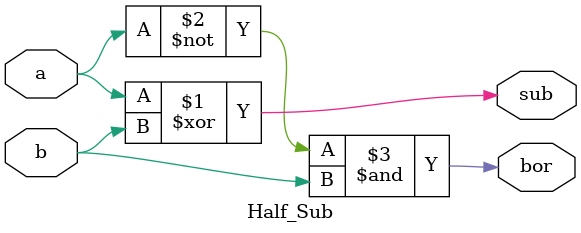
<source format=v>
`timescale 1ns / 1ps


module Half_Sub(
	input a,
	input b,
	output sub,
	output bor
    );
	 
	 assign sub=a^b;
	 assign bor=(~a)&b;


endmodule

</source>
